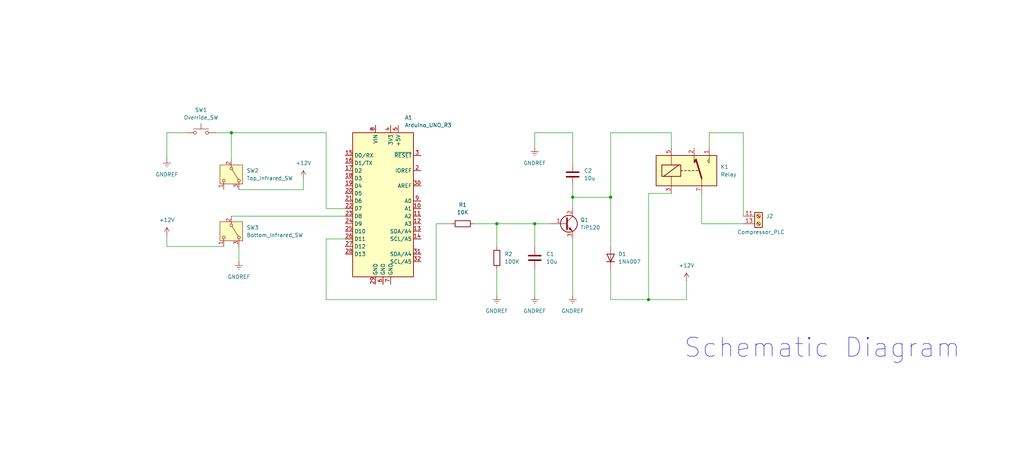
<source format=kicad_sch>
(kicad_sch (version 20231120) (generator "eeschema") (generator_version "8.0")
  (paper "User" 342.9 152.4)
  (lib_symbols
    (symbol "Device:C" (pin_numbers hide) (pin_names (offset 0.254))
      (property "Reference" "C" (at 0.635 2.54 0))
      (property "Value" "C" (at 0.635 -2.54 0))
      (symbol "C_0_1"
        (polyline (pts (xy -2.032 -0.762) (xy 2.032 -0.762)) (stroke (width 0.508)))
        (polyline (pts (xy -2.032 0.762) (xy 2.032 0.762)) (stroke (width 0.508)))
      )
      (symbol "C_1_1"
        (pin passive line (at 0 3.81 270) (length 2.794) (name "~") (number "1"))
        (pin passive line (at 0 -3.81 90) (length 2.794) (name "~") (number "2"))
      )
    )
    (symbol "Device:R" (pin_numbers hide) (pin_names (offset 0))
      (property "Reference" "R" (at 2.032 0 90))
      (property "Value" "R" (at 0 0 90))
      (symbol "R_0_1"
        (rectangle (start -1.016 -2.54) (end 1.016 2.54) (stroke (width 0.254)))
      )
      (symbol "R_1_1"
        (pin passive line (at 0 3.81 270) (length 1.27) (name "~") (number "1"))
        (pin passive line (at 0 -3.81 90) (length 1.27) (name "~") (number "2"))
      )
    )
    (symbol "Diode:1N4007" (pin_numbers hide) (pin_names hide)
      (property "Reference" "D" (at 0 2.54 0))
      (property "Value" "1N4007" (at 0 -2.54 0))
      (symbol "1N4007_0_1"
        (polyline (pts (xy -1.27 1.27) (xy -1.27 -1.27)) (stroke (width 0.254)))
        (polyline (pts (xy 1.27 0) (xy -1.27 0)))
        (polyline (pts (xy 1.27 1.27) (xy 1.27 -1.27) (xy -1.27 0) (xy 1.27 1.27)) (stroke (width 0.254)))
      )
      (symbol "1N4007_1_1"
        (pin passive line (at -3.81 0 0) (length 2.54) (name "K") (number "1"))
        (pin passive line (at 3.81 0 180) (length 2.54) (name "A") (number "2"))
      )
    )
    (symbol "MCU_Module:Arduino_UNO_R3"
      (property "Reference" "A" (at -10.16 23.495 0))
      (property "Value" "Arduino_UNO_R3" (at 5.08 -26.67 0))
      (symbol "Arduino_UNO_R3_0_1"
        (rectangle (start -10.16 22.86) (end 10.16 -25.4) (stroke (width 0.254)) (fill (type background)))
      )
      (symbol "Arduino_UNO_R3_1_1"
        (pin no_connect line (at -10.16 -20.32 0) (length 2.54) hide (name "NC") (number "1"))
        (pin bidirectional line (at 12.7 -2.54 180) (length 2.54) (name "A1") (number "10"))
        (pin bidirectional line (at 12.7 -5.08 180) (length 2.54) (name "A2") (number "11"))
        (pin bidirectional line (at 12.7 -7.62 180) (length 2.54) (name "A3") (number "12"))
        (pin bidirectional line (at 12.7 -10.16 180) (length 2.54) (name "SDA/A4") (number "13"))
        (pin bidirectional line (at 12.7 -12.7 180) (length 2.54) (name "SCL/A5") (number "14"))
        (pin bidirectional line (at -12.7 15.24 0) (length 2.54) (name "D0/RX") (number "15"))
        (pin bidirectional line (at -12.7 12.7 0) (length 2.54) (name "D1/TX") (number "16"))
        (pin bidirectional line (at -12.7 10.16 0) (length 2.54) (name "D2") (number "17"))
        (pin bidirectional line (at -12.7 7.62 0) (length 2.54) (name "D3") (number "18"))
        (pin bidirectional line (at -12.7 5.08 0) (length 2.54) (name "D4") (number "19"))
        (pin output line (at 12.7 10.16 180) (length 2.54) (name "IOREF") (number "2"))
        (pin bidirectional line (at -12.7 2.54 0) (length 2.54) (name "D5") (number "20"))
        (pin bidirectional line (at -12.7 0 0) (length 2.54) (name "D6") (number "21"))
        (pin bidirectional line (at -12.7 -2.54 0) (length 2.54) (name "D7") (number "22"))
        (pin bidirectional line (at -12.7 -5.08 0) (length 2.54) (name "D8") (number "23"))
        (pin bidirectional line (at -12.7 -7.62 0) (length 2.54) (name "D9") (number "24"))
        (pin bidirectional line (at -12.7 -10.16 0) (length 2.54) (name "D10") (number "25"))
        (pin bidirectional line (at -12.7 -12.7 0) (length 2.54) (name "D11") (number "26"))
        (pin bidirectional line (at -12.7 -15.24 0) (length 2.54) (name "D12") (number "27"))
        (pin bidirectional line (at -12.7 -17.78 0) (length 2.54) (name "D13") (number "28"))
        (pin power_in line (at -2.54 -27.94 90) (length 2.54) (name "GND") (number "29"))
        (pin input line (at 12.7 15.24 180) (length 2.54) (name "~{RESET}") (number "3"))
        (pin input line (at 12.7 5.08 180) (length 2.54) (name "AREF") (number "30"))
        (pin bidirectional line (at 12.7 -17.78 180) (length 2.54) (name "SDA/A4") (number "31"))
        (pin bidirectional line (at 12.7 -20.32 180) (length 2.54) (name "SCL/A5") (number "32"))
        (pin power_out line (at 2.54 25.4 270) (length 2.54) (name "3V3") (number "4"))
        (pin power_out line (at 5.08 25.4 270) (length 2.54) (name "+5V") (number "5"))
        (pin power_in line (at 0 -27.94 90) (length 2.54) (name "GND") (number "6"))
        (pin power_in line (at 2.54 -27.94 90) (length 2.54) (name "GND") (number "7"))
        (pin power_in line (at -2.54 25.4 270) (length 2.54) (name "VIN") (number "8"))
        (pin bidirectional line (at 12.7 0 180) (length 2.54) (name "A0") (number "9"))
      )
    )
    (symbol "Relay:SILxx-1Cxx-51x"
      (property "Reference" "K" (at 11.43 3.81 0))
      (property "Value" "SILxx-1Cxx-51x" (at 11.43 1.27 0))
      (symbol "SILxx-1Cxx-51x_0_0"
        (polyline (pts (xy 7.62 5.08) (xy 7.62 2.54) (xy 6.985 3.175) (xy 7.62 3.81)))
      )
      (symbol "SILxx-1Cxx-51x_0_1"
        (rectangle (start -10.16 5.08) (end 10.16 -5.08) (stroke (width 0.254)) (fill (type background)))
        (rectangle (start -8.255 1.905) (end -1.905 -1.905) (stroke (width 0.254)))
        (polyline (pts (xy -7.62 -1.905) (xy -2.54 1.905)) (stroke (width 0.254)))
        (polyline (pts (xy -5.08 -5.08) (xy -5.08 -1.905)))
        (polyline (pts (xy -5.08 5.08) (xy -5.08 1.905)))
        (polyline (pts (xy -1.905 0) (xy -1.27 0)) (stroke (width 0.254)))
        (polyline (pts (xy -0.635 0) (xy 0 0)) (stroke (width 0.254)))
        (polyline (pts (xy 0.635 0) (xy 1.27 0)) (stroke (width 0.254)))
        (polyline (pts (xy 1.905 0) (xy 2.54 0)) (stroke (width 0.254)))
        (polyline (pts (xy 3.175 0) (xy 3.81 0)) (stroke (width 0.254)))
        (polyline (pts (xy 5.08 -2.54) (xy 3.175 3.81)) (stroke (width 0.508)))
        (polyline (pts (xy 5.08 -2.54) (xy 5.08 -5.08)))
        (polyline (pts (xy 2.54 5.08) (xy 2.54 2.54) (xy 3.175 3.175) (xy 2.54 3.81)) (fill (type outline)))
      )
      (symbol "SILxx-1Cxx-51x_1_1"
        (pin passive line (at 7.62 7.62 270) (length 2.54) (name "~") (number "1"))
        (pin passive line (at 2.54 7.62 270) (length 2.54) (name "~") (number "2"))
        (pin passive line (at -5.08 -7.62 90) (length 2.54) (name "~") (number "3"))
        (pin passive line (at -5.08 7.62 270) (length 2.54) (name "~") (number "5"))
        (pin passive line (at 5.08 -7.62 90) (length 2.54) (name "~") (number "7"))
      )
    )
    (symbol "Screw_Terminal_01x02_1" (pin_names (offset 1.016) hide)
      (property "Reference" "J" (at 0 2.54 0))
      (property "Value" "Screw_Terminal_01x02" (at 0 -5.08 0))
      (symbol "Screw_Terminal_01x02_1_1_1"
        (rectangle (start -1.27 1.27) (end 1.27 -3.81) (stroke (width 0.254)) (fill (type background)))
        (circle (center 0 -2.54) (radius 0.635) (stroke (width 0.1524)))
        (polyline (pts (xy -0.5334 -2.2098) (xy 0.3302 -3.048)) (stroke (width 0.1524)))
        (polyline (pts (xy -0.5334 0.3302) (xy 0.3302 -0.508)) (stroke (width 0.1524)))
        (polyline (pts (xy -0.3556 -2.032) (xy 0.508 -2.8702)) (stroke (width 0.1524)))
        (polyline (pts (xy -0.3556 0.508) (xy 0.508 -0.3302)) (stroke (width 0.1524)))
        (circle (center 0 0) (radius 0.635) (stroke (width 0.1524)))
        (pin passive line (at -5.08 0 0) (length 3.81) (name "Pin_11") (number "11"))
        (pin passive line (at -5.08 -2.54 0) (length 3.81) (name "Pin_13") (number "13"))
      )
    )
    (symbol "Switch:SW_Nidec_CAS-120A1" (pin_names (offset 1) hide)
      (property "Reference" "SW" (at 0 4.318 0))
      (property "Value" "SW_Nidec_CAS-120A1" (at 0 -5.08 0))
      (symbol "SW_Nidec_CAS-120A1_0_1"
        (circle (center -2.032 0) (radius 0.4572))
        (polyline (pts (xy -1.651 0.254) (xy 1.651 2.286)))
        (circle (center 2.032 -2.54) (radius 0.4572))
        (circle (center 2.032 2.54) (radius 0.4572))
      )
      (symbol "SW_Nidec_CAS-120A1_1_1"
        (rectangle (start -3.175 3.81) (end 3.175 -3.81) (fill (type background)))
        (pin passive line (at 5.08 -2.54 180) (length 2.54) (name "C") (number "1"))
        (pin passive line (at -5.08 0 0) (length 2.54) (name "B") (number "2"))
        (pin passive line (at 5.08 2.54 180) (length 2.54) (name "A") (number "3"))
      )
    )
    (symbol "Switch:SW_Push" (pin_numbers hide) (pin_names (offset 1.016) hide)
      (property "Reference" "SW" (at 1.27 2.54 0))
      (property "Value" "SW_Push" (at 0 -1.524 0))
      (symbol "SW_Push_0_1"
        (circle (center -2.032 0) (radius 0.508))
        (polyline (pts (xy 0 1.27) (xy 0 3.048)))
        (polyline (pts (xy 2.54 1.27) (xy -2.54 1.27)))
        (circle (center 2.032 0) (radius 0.508))
        (pin passive line (at -5.08 0 0) (length 2.54) (name "1") (number "1"))
        (pin passive line (at 5.08 0 180) (length 2.54) (name "2") (number "2"))
      )
    )
    (symbol "Switch:SW_SPDT_321" (pin_names (offset 1) hide)
      (property "Reference" "SW" (at 0 5.08 0))
      (property "Value" "SW_SPDT_321" (at 0 -5.08 0))
      (symbol "SW_SPDT_321_0_1"
        (circle (center -2.032 0) (radius 0.4572))
        (polyline (pts (xy -1.651 0.254) (xy 1.651 2.286)))
        (circle (center 2.032 -2.54) (radius 0.4572))
        (circle (center 2.032 2.54) (radius 0.4572))
      )
      (symbol "SW_SPDT_321_1_1"
        (rectangle (start -3.175 3.81) (end 3.175 -3.81) (fill (type background)))
        (pin passive line (at 5.08 -2.54 180) (length 2.54) (name "C") (number "1"))
        (pin passive line (at -5.08 0 0) (length 2.54) (name "B") (number "2"))
        (pin passive line (at 5.08 2.54 180) (length 2.54) (name "A") (number "3"))
      )
    )
    (symbol "Transistor_BJT:TIP41" (pin_names (offset 0) hide)
      (property "Reference" "Q" (at 6.35 1.905 0))
      (property "Value" "TIP41" (at 6.35 0 0))
      (symbol "TIP41_0_1"
        (polyline (pts (xy 0.635 0.635) (xy 2.54 2.54)))
        (polyline (pts (xy 0.635 -0.635) (xy 2.54 -2.54) (xy 2.54 -2.54)))
        (polyline (pts (xy 0.635 1.905) (xy 0.635 -1.905) (xy 0.635 -1.905)) (stroke (width 0.508)))
        (polyline (pts (xy 1.27 -1.778) (xy 1.778 -1.27) (xy 2.286 -2.286) (xy 1.27 -1.778) (xy 1.27 -1.778)) (fill (type outline)))
        (circle (center 1.27 0) (radius 2.8194) (stroke (width 0.254)))
      )
      (symbol "TIP41_1_1"
        (pin input line (at -5.08 0 0) (length 5.715) (name "B") (number "1"))
        (pin passive line (at 2.54 5.08 270) (length 2.54) (name "C") (number "2"))
        (pin passive line (at 2.54 -5.08 90) (length 2.54) (name "E") (number "3"))
      )
    )
    (symbol "power:+12V" (power) (pin_numbers hide) (pin_names (offset 0) hide)
      (property "Value" "+12V" (at 0 3.556 0))
      (symbol "+12V_0_1"
        (polyline (pts (xy -0.762 1.27) (xy 0 2.54)))
        (polyline (pts (xy 0 0) (xy 0 2.54)))
        (polyline (pts (xy 0 2.54) (xy 0.762 1.27)))
      )
      (symbol "+12V_1_1"
        (pin power_in line (at 0 0 90) (length 0) (name "~") (number "1"))
      )
    )
    (symbol "power:GNDREF" (power) (pin_numbers hide) (pin_names (offset 0) hide)
      (property "Value" "GNDREF" (at 0 -3.81 0))
      (symbol "GNDREF_0_1"
        (polyline (pts (xy -0.635 -1.905) (xy 0.635 -1.905)))
        (polyline (pts (xy -0.127 -2.54) (xy 0.127 -2.54)))
        (polyline (pts (xy 0 -1.27) (xy 0 0)))
        (polyline (pts (xy 1.27 -1.27) (xy -1.27 -1.27)))
      )
      (symbol "GNDREF_1_1"
        (pin power_in line (at 0 0 270) (length 0) (name "~") (number "1"))
      )
    )
  )
  (junction (at 191.77 66.04))
  (junction (at 77.47 44.45))
  (junction (at 204.47 66.04))
  (junction (at 179.07 74.93))
  (junction (at 217.17 100.33))
  (junction (at 166.37 74.93))
  (wire (pts (xy 77.47 72.39) (xy 115.57 72.39)))
  (wire (pts (xy 101.6 63.5) (xy 101.6 59.69)))
  (wire (pts (xy 179.07 44.45) (xy 179.07 49.53)))
  (wire (pts (xy 248.92 74.93) (xy 234.95 74.93)))
  (wire (pts (xy 158.75 74.93) (xy 166.37 74.93)))
  (wire (pts (xy 80.01 82.55) (xy 80.01 87.63)))
  (wire (pts (xy 191.77 44.45) (xy 179.07 44.45)))
  (wire (pts (xy 62.23 44.45) (xy 55.88 44.45)))
  (wire (pts (xy 204.47 44.45) (xy 204.47 66.04)))
  (wire (pts (xy 217.17 64.77) (xy 217.17 100.33)))
  (wire (pts (xy 224.79 44.45) (xy 204.47 44.45)))
  (wire (pts (xy 191.77 66.04) (xy 191.77 69.85)))
  (wire (pts (xy 191.77 62.23) (xy 191.77 66.04)))
  (wire (pts (xy 224.79 64.77) (xy 217.17 64.77)))
  (wire (pts (xy 55.88 82.55) (xy 74.93 82.55)))
  (wire (pts (xy 55.88 78.74) (xy 55.88 82.55)))
  (wire (pts (xy 55.88 44.45) (xy 55.88 53.34)))
  (wire (pts (xy 115.57 69.85) (xy 109.22 69.85)))
  (wire (pts (xy 166.37 90.17) (xy 166.37 99.06)))
  (wire (pts (xy 109.22 69.85) (xy 109.22 44.45)))
  (wire (pts (xy 204.47 100.33) (xy 217.17 100.33)))
  (wire (pts (xy 234.95 64.77) (xy 234.95 74.93)))
  (wire (pts (xy 77.47 44.45) (xy 109.22 44.45)))
  (wire (pts (xy 191.77 54.61) (xy 191.77 44.45)))
  (wire (pts (xy 77.47 44.45) (xy 77.47 53.34)))
  (wire (pts (xy 204.47 82.55) (xy 204.47 66.04)))
  (wire (pts (xy 248.92 44.45) (xy 248.92 72.39)))
  (wire (pts (xy 179.07 74.93) (xy 179.07 82.55)))
  (wire (pts (xy 72.39 44.45) (xy 77.47 44.45)))
  (wire (pts (xy 224.79 44.45) (xy 224.79 49.53)))
  (wire (pts (xy 80.01 63.5) (xy 101.6 63.5)))
  (wire (pts (xy 146.05 100.33) (xy 109.22 100.33)))
  (wire (pts (xy 204.47 90.17) (xy 204.47 100.33)))
  (wire (pts (xy 146.05 74.93) (xy 146.05 100.33)))
  (wire (pts (xy 229.87 93.98) (xy 229.87 100.33)))
  (wire (pts (xy 217.17 100.33) (xy 229.87 100.33)))
  (wire (pts (xy 179.07 74.93) (xy 184.15 74.93)))
  (wire (pts (xy 166.37 74.93) (xy 166.37 82.55)))
  (wire (pts (xy 179.07 90.17) (xy 179.07 99.06)))
  (wire (pts (xy 151.13 74.93) (xy 146.05 74.93)))
  (wire (pts (xy 166.37 74.93) (xy 179.07 74.93)))
  (wire (pts (xy 237.49 44.45) (xy 237.49 49.53)))
  (wire (pts (xy 191.77 80.01) (xy 191.77 99.06)))
  (wire (pts (xy 109.22 80.01) (xy 115.57 80.01)))
  (wire (pts (xy 191.77 66.04) (xy 204.47 66.04)))
  (wire (pts (xy 109.22 100.33) (xy 109.22 80.01)))
  (wire (pts (xy 237.49 44.45) (xy 248.92 44.45)))
  (text "Schematic Diagram" (at 275.336 116.586 0) (effects (font (size 6.35 6.35))))
  (symbol (lib_id "power:GNDREF") (at 179.07 99.06 0) (unit 1)
    (property "Reference" "#PWR06" (effects (hide yes)))
    (property "Value" "GNDREF" (at 179.07 104.14 0))
    (property "Description" "Power symbol creates a global label with name \"GNDREF\" , reference supply ground" (effects (hide yes)))
  )
  (symbol (lib_id "Transistor_BJT:TIP41") (at 189.23 74.93 0) (unit 1)
    (property "Reference" "Q1" (at 194.31 73.6599 0) (effects (justify left)))
    (property "Value" "TIP120" (at 194.31 76.1999 0) (effects (justify left)))
    (property "Footprint" "Package_TO_SOT_THT:TO-220-3_Vertical" (effects (hide yes)))
    (property "Datasheet" "https://www.centralsemi.com/get_document.php?cmp=1&mergetype=pd&mergepath=pd&pdf_id=tip41.PDF" (effects (hide yes)))
    (property "Description" "6A Ic, 40V Vce, Power NPN Transistor, TO-220" (effects (hide yes)))
  )
  (symbol (lib_id "power:+12V") (at 229.87 93.98 0) (unit 1)
    (property "Reference" "#PWR09" (effects (hide yes)))
    (property "Value" "+12V" (at 229.87 88.9 0))
    (property "Description" "Power symbol creates a global label with name \"+12V\"" (effects (hide yes)))
  )
  (symbol (lib_id "Device:C") (at 191.77 58.42 0) (unit 1)
    (property "Reference" "C2" (at 195.58 57.1499 0) (effects (justify left)))
    (property "Value" "10u" (at 195.58 59.6899 0) (effects (justify left)))
    (property "Description" "Unpolarized capacitor" (effects (hide yes)))
  )
  (symbol (lib_id "power:GNDREF") (at 80.01 87.63 0) (unit 1)
    (property "Reference" "#PWR03" (effects (hide yes)))
    (property "Value" "GNDREF" (at 80.01 92.71 0))
    (property "Description" "Power symbol creates a global label with name \"GNDREF\" , reference supply ground" (effects (hide yes)))
  )
  (symbol (lib_id "power:+12V") (at 55.88 78.74 0) (unit 1)
    (property "Reference" "#PWR011" (effects (hide yes)))
    (property "Value" "+12V" (at 55.88 73.66 0))
    (property "Description" "Power symbol creates a global label with name \"+12V\"" (effects (hide yes)))
  )
  (symbol (lib_id "Device:C") (at 179.07 86.36 0) (unit 1)
    (property "Reference" "C1" (at 182.88 85.0899 0) (effects (justify left)))
    (property "Value" "10u" (at 182.88 87.6299 0) (effects (justify left)))
    (property "Description" "Unpolarized capacitor" (effects (hide yes)))
  )
  (symbol (lib_id "Diode:1N4007") (at 204.47 86.36 90) (unit 1)
    (property "Reference" "D1" (at 207.01 85.0899 90) (effects (justify right)))
    (property "Value" "1N4007" (at 207.01 87.6299 90) (effects (justify right)))
    (property "Footprint" "Diode_THT:D_DO-41_SOD81_P10.16mm_Horizontal" (effects (hide yes)))
    (property "Datasheet" "http://www.vishay.com/docs/88503/1n4001.pdf" (effects (hide yes)))
    (property "Description" "1000V 1A General Purpose Rectifier Diode, DO-41" (effects (hide yes)))
    (property "Sim.Device" "D" (effects (hide yes)))
    (property "Sim.Pins" "1=K 2=A" (effects (hide yes)))
  )
  (symbol (lib_id "Device:R") (at 166.37 86.36 0) (unit 1)
    (property "Reference" "R2" (at 168.91 85.0899 0) (effects (justify left)))
    (property "Value" "100K" (at 168.91 87.6299 0) (effects (justify left)))
    (property "Description" "Resistor" (effects (hide yes)))
  )
  (symbol (lib_id "power:+12V") (at 101.6 59.69 0) (unit 1)
    (property "Reference" "#PWR010" (effects (hide yes)))
    (property "Value" "+12V" (at 101.6 54.61 0))
    (property "Description" "Power symbol creates a global label with name \"+12V\"" (effects (hide yes)))
  )
  (symbol (lib_id "power:GNDREF") (at 191.77 99.06 0) (unit 1)
    (property "Reference" "#PWR07" (effects (hide yes)))
    (property "Value" "GNDREF" (at 191.77 104.14 0))
    (property "Description" "Power symbol creates a global label with name \"GNDREF\" , reference supply ground" (effects (hide yes)))
  )
  (symbol (lib_id "power:GNDREF") (at 166.37 99.06 0) (unit 1)
    (property "Reference" "#PWR05" (effects (hide yes)))
    (property "Value" "GNDREF" (at 166.37 104.14 0))
    (property "Description" "Power symbol creates a global label with name \"GNDREF\" , reference supply ground" (effects (hide yes)))
  )
  (symbol (lib_id "Switch:SW_Push") (at 67.31 44.45 0) (unit 1)
    (property "Reference" "SW1" (at 67.31 36.83 0))
    (property "Value" "Override_SW" (at 67.31 39.37 0))
    (property "Description" "Push button switch, generic, two pins" (effects (hide yes)))
  )
  (symbol (lib_id "Relay:SILxx-1Cxx-51x") (at 229.87 57.15 0) (unit 1)
    (property "Reference" "K1" (at 241.3 55.8799 0) (effects (justify left)))
    (property "Value" "Relay" (at 241.3 58.4199 0) (effects (justify left)))
    (property "Footprint" "Relay_THT:Relay_SPDT_StandexMeder_SIL_Form1C" (effects (hide yes)))
    (property "Datasheet" "https://standexelectronics.com/wp-content/uploads/datasheet_reed_relay_SIL.pdf" (effects (hide yes)))
    (property "Description" "Standex Meder SIL reed relay, SPDT" (effects (hide yes)))
  )
  (symbol (lib_id "MCU_Module:Arduino_UNO_R3") (at 128.27 67.31 0) (unit 1)
    (property "Reference" "A1" (at 135.5441 39.37 0) (effects (justify left)))
    (property "Value" "Arduino_UNO_R3" (at 135.5441 41.91 0) (effects (justify left)))
    (property "Footprint" "Module:Arduino_UNO_R3" (effects (hide yes)))
    (property "Datasheet" "https://www.arduino.cc/en/Main/arduinoBoardUno" (effects (hide yes)))
    (property "Description" "Arduino UNO Microcontroller Module, release 3" (effects (hide yes)))
  )
  (symbol (lib_id "Switch:SW_Nidec_CAS-120A1") (at 77.47 77.47 270) (unit 1)
    (property "Reference" "SW3" (at 82.55 76.1999 90) (effects (justify left)))
    (property "Value" "Bottom_Infrared_SW" (at 82.55 78.7399 90) (effects (justify left)))
    (property "Footprint" "Button_Switch_SMD:Nidec_Copal_CAS-120A" (effects (hide yes)))
    (property "Datasheet" "https://www.nidec-components.com/e/catalog/switch/cas.pdf" (effects (hide yes)))
    (property "Description" "Switch, single pole double throw" (effects (hide yes)))
  )
  (symbol (lib_id "Switch:SW_SPDT_321") (at 77.47 58.42 270) (unit 1)
    (property "Reference" "SW2" (at 82.55 57.1499 90) (effects (justify left)))
    (property "Value" "Top_Infrared_SW" (at 82.55 59.6899 90) (effects (justify left)))
    (property "Description" "Switch, single pole double throw" (effects (hide yes)))
  )
  (symbol (lib_id "power:GNDREF") (at 179.07 49.53 0) (unit 1)
    (property "Reference" "#PWR08" (effects (hide yes)))
    (property "Value" "GNDREF" (at 179.07 54.61 0))
    (property "Description" "Power symbol creates a global label with name \"GNDREF\" , reference supply ground" (effects (hide yes)))
  )
  (symbol (lib_id "power:GNDREF") (at 55.88 53.34 0) (unit 1)
    (property "Reference" "#PWR02" (effects (hide yes)))
    (property "Value" "GNDREF" (at 55.88 58.42 0))
    (property "Description" "Power symbol creates a global label with name \"GNDREF\" , reference supply ground" (effects (hide yes)))
  )
  (symbol (lib_name "Screw_Terminal_01x02_1") (lib_id "Connector:Screw_Terminal_01x02") (at 254 72.39 0) (unit 1)
    (property "Reference" "J2" (at 256.54 72.3899 0) (effects (justify left)))
    (property "Value" "Compressor_PLC" (at 246.888 77.724 0) (effects (justify left)))
    (property "Description" "Generic screw terminal, single row, 01x02, script generated (kicad-library-utils/schlib/autogen/connector/)" (effects (hide yes)))
  )
  (symbol (lib_id "Device:R") (at 154.94 74.93 270) (unit 1)
    (property "Reference" "R1" (at 154.94 68.58 90))
    (property "Value" "10K" (at 154.94 71.12 90))
    (property "Description" "Resistor" (effects (hide yes)))
  )
)
</source>
